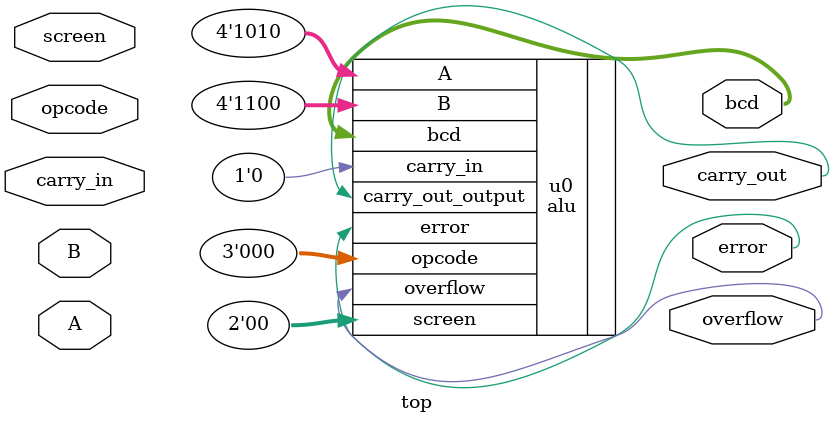
<source format=v>
module top(
    input [1:0] screen,
    input [2:0] opcode,
    input [3:0] A,
    input [3:0] B,
    input carry_in,
    
    output carry_out,
    output overflow,
    output [11:0] bcd,
    output error
);
  alu u0(
    .screen(2'b00),
    .opcode(3'b000),
    .A(4'b1010),
    .B(4'b1100),
    .carry_in(1'b0),
    .carry_out_output(carry_out),
    .overflow(overflow),
    .bcd(bcd),
    .error(error)
  );
endmodule

</source>
